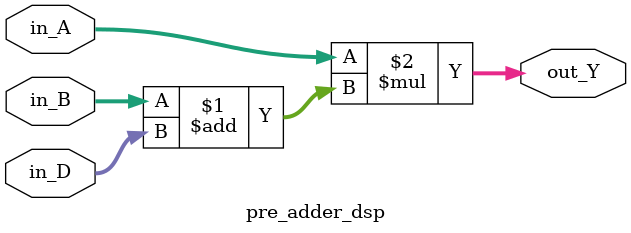
<source format=v>
/*
ISC License

Copyright (C) 2024 Microchip Technology Inc. and its subsidiaries

Permission to use, copy, modify, and/or distribute this software for any
purpose with or without fee is hereby granted, provided that the above
copyright notice and this permission notice appear in all copies.

THE SOFTWARE IS PROVIDED "AS IS" AND THE AUTHOR DISCLAIMS ALL WARRANTIES
WITH REGARD TO THIS SOFTWARE INCLUDING ALL IMPLIED WARRANTIES OF
MERCHANTABILITY AND FITNESS. IN NO EVENT SHALL THE AUTHOR BE LIABLE FOR
ANY SPECIAL, DIRECT, INDIRECT, OR CONSEQUENTIAL DAMAGES OR ANY DAMAGES
WHATSOEVER RESULTING FROM LOSS OF USE, DATA OR PROFITS, WHETHER IN AN
ACTION OF CONTRACT, NEGLIGENCE OR OTHER TORTIOUS ACTION, ARISING OUT OF
OR IN CONNECTION WITH THE USE OR PERFORMANCE OF THIS SOFTWARE.
*/

module pre_adder_dsp(
    input signed [5:0] in_A,
    input signed [4:0] in_B,
    input signed [4:0] in_D,
    
    output [11:0] out_Y
);

assign out_Y = in_A * (in_B + in_D);


endmodule
</source>
